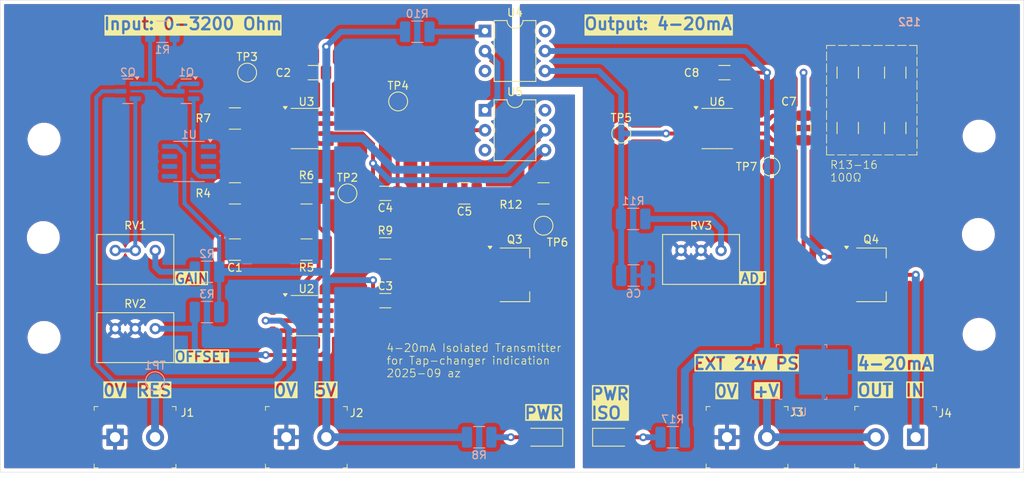
<source format=kicad_pcb>
(kicad_pcb
	(version 20240108)
	(generator "pcbnew")
	(generator_version "8.0")
	(general
		(thickness 1.6)
		(legacy_teardrops no)
	)
	(paper "A4")
	(layers
		(0 "F.Cu" signal)
		(31 "B.Cu" signal)
		(32 "B.Adhes" user "B.Adhesive")
		(33 "F.Adhes" user "F.Adhesive")
		(34 "B.Paste" user)
		(35 "F.Paste" user)
		(36 "B.SilkS" user "B.Silkscreen")
		(37 "F.SilkS" user "F.Silkscreen")
		(38 "B.Mask" user)
		(39 "F.Mask" user)
		(40 "Dwgs.User" user "User.Drawings")
		(41 "Cmts.User" user "User.Comments")
		(42 "Eco1.User" user "User.Eco1")
		(43 "Eco2.User" user "User.Eco2")
		(44 "Edge.Cuts" user)
		(45 "Margin" user)
		(46 "B.CrtYd" user "B.Courtyard")
		(47 "F.CrtYd" user "F.Courtyard")
		(48 "B.Fab" user)
		(49 "F.Fab" user)
		(50 "User.1" user)
		(51 "User.2" user)
		(52 "User.3" user)
		(53 "User.4" user)
		(54 "User.5" user)
		(55 "User.6" user)
		(56 "User.7" user)
		(57 "User.8" user)
		(58 "User.9" user)
	)
	(setup
		(pad_to_mask_clearance 0)
		(allow_soldermask_bridges_in_footprints no)
		(pcbplotparams
			(layerselection 0x0001000_ffffffff)
			(plot_on_all_layers_selection 0x0000000_00000000)
			(disableapertmacros no)
			(usegerberextensions yes)
			(usegerberattributes yes)
			(usegerberadvancedattributes yes)
			(creategerberjobfile no)
			(dashed_line_dash_ratio 12.000000)
			(dashed_line_gap_ratio 3.000000)
			(svgprecision 4)
			(plotframeref no)
			(viasonmask no)
			(mode 1)
			(useauxorigin no)
			(hpglpennumber 1)
			(hpglpenspeed 20)
			(hpglpendiameter 15.000000)
			(pdf_front_fp_property_popups yes)
			(pdf_back_fp_property_popups yes)
			(dxfpolygonmode yes)
			(dxfimperialunits yes)
			(dxfusepcbnewfont yes)
			(psnegative no)
			(psa4output no)
			(plotreference yes)
			(plotvalue yes)
			(plotfptext yes)
			(plotinvisibletext no)
			(sketchpadsonfab no)
			(subtractmaskfromsilk no)
			(outputformat 1)
			(mirror no)
			(drillshape 0)
			(scaleselection 1)
			(outputdirectory "gerber/")
		)
	)
	(net 0 "")
	(net 1 "GND")
	(net 2 "GNDA")
	(net 3 "+5V")
	(net 4 "/V_IN")
	(net 5 "+5VA")
	(net 6 "Net-(Q1-E)")
	(net 7 "/EXT_24V")
	(net 8 "Net-(Q2-E)")
	(net 9 "Net-(R2-Pad2)")
	(net 10 "/V_OFFSET")
	(net 11 "Net-(R10-Pad1)")
	(net 12 "unconnected-(U5-NC-Pad3)")
	(net 13 "unconnected-(U5-Pad6)")
	(net 14 "Net-(U3B--)")
	(net 15 "Net-(U6A-+)")
	(net 16 "Net-(Q4-E)")
	(net 17 "Net-(D1-A)")
	(net 18 "Net-(U2B-+)")
	(net 19 "Net-(U2A--)")
	(net 20 "Net-(J4-Pad1)")
	(net 21 "Net-(Q4-B)")
	(net 22 "Net-(Q3-C-Pad2)")
	(net 23 "Net-(Q1-B)")
	(net 24 "Net-(Q3-B)")
	(net 25 "Net-(U3A--)")
	(net 26 "Net-(U3A-+)")
	(net 27 "Net-(U3B-+)")
	(net 28 "Net-(R11-Pad1)")
	(net 29 "Net-(R13-Pad1)")
	(net 30 "Net-(R15-Pad1)")
	(net 31 "unconnected-(U1-Pad5)")
	(net 32 "Net-(U4-Pad2)")
	(net 33 "unconnected-(U4-NC-Pad3)")
	(net 34 "unconnected-(U4-Pad6)")
	(net 35 "Net-(U6A--)")
	(net 36 "Net-(D2-A)")
	(net 37 "Net-(C4-Pad1)")
	(footprint "Capacitor_SMD:C_1206_3216Metric_Pad1.33x1.80mm_HandSolder" (layer "F.Cu") (at 131.9825 74.21 180))
	(footprint "Package_DIP:DIP-6_W7.62mm" (layer "F.Cu") (at 101.57 68.92))
	(footprint "Capacitor_SMD:C_1206_3216Metric_Pad1.33x1.80mm_HandSolder" (layer "F.Cu") (at 142.03 81.25 -90))
	(footprint "Capacitor_SMD:C_1206_3216Metric_Pad1.33x1.80mm_HandSolder" (layer "F.Cu") (at 79.8125 74.21 180))
	(footprint "Package_TO_SOT_SMD:SOT-223-3_TabPin2" (layer "F.Cu") (at 150.615 99.91625))
	(footprint "Package_TO_SOT_SMD:SOT-223-3_TabPin2" (layer "F.Cu") (at 105.34 99.91625))
	(footprint "Capacitor_SMD:C_1206_3216Metric_Pad1.33x1.80mm_HandSolder" (layer "F.Cu") (at 88.913333 103.1975))
	(footprint "Package_SO:SOIC-8_3.9x4.9mm_P1.27mm" (layer "F.Cu") (at 78.9 81.315))
	(footprint "Potentiometer_THT:Potentiometer_Bourns_3299W_Vertical" (layer "F.Cu") (at 59.7 106.76))
	(footprint "digikey-footprints:Term_Block_1x2_P5.08MM" (layer "F.Cu") (at 76.338 120.56))
	(footprint "TestPoint:TestPoint_Pad_D2.0mm" (layer "F.Cu") (at 90.539791 77.87))
	(footprint "Package_SO:SOIC-8_3.9x4.9mm_P1.27mm" (layer "F.Cu") (at 131.07 81.315))
	(footprint "Resistor_SMD:R_1210_3225Metric_Pad1.30x2.65mm_HandSolder" (layer "F.Cu") (at 69.81 89.557622))
	(footprint "Resistor_SMD:R_1210_3225Metric_Pad1.30x2.65mm_HandSolder" (layer "F.Cu") (at 147.635 81.25 -90))
	(footprint "Resistor_SMD:R_1210_3225Metric_Pad1.30x2.65mm_HandSolder" (layer "F.Cu") (at 153.67 74.21 -90))
	(footprint "Potentiometer_THT:Potentiometer_Bourns_3299W_Vertical" (layer "F.Cu") (at 59.7 96.8175))
	(footprint "TestPoint:TestPoint_Pad_D2.0mm" (layer "F.Cu") (at 137.825 86.14))
	(footprint "digikey-footprints:Term_Block_1x2_P5.08MM" (layer "F.Cu") (at 156.262 120.56 180))
	(footprint "my_footprints:DIN_Rail_adapter" (layer "F.Cu") (at 45.48 76.32))
	(footprint "Resistor_SMD:R_1210_3225Metric_Pad1.30x2.65mm_HandSolder" (layer "F.Cu") (at 153.67 81.25 -90))
	(footprint "my_footprints:DIN_Rail_adapter" (layer "F.Cu") (at 164.23 75.93))
	(footprint "LED_SMD:LED_1206_3216Metric_Pad1.42x1.75mm_HandSolder" (layer "F.Cu") (at 117.7 120.56))
	(footprint "Resistor_SMD:R_1210_3225Metric_Pad1.30x2.65mm_HandSolder" (layer "F.Cu") (at 69.81 80.040184))
	(footprint "Capacitor_SMD:C_1210_3225Metric_Pad1.33x2.70mm_HandSolder" (layer "F.Cu") (at 69.81 96.70506 180))
	(footprint "TestPoint:TestPoint_Pad_D2.0mm" (layer "F.Cu") (at 118.875 81.95))
	(footprint "Resistor_SMD:R_1210_3225Metric_Pad1.30x2.65mm_HandSolder" (layer "F.Cu") (at 147.635 74.21 -90))
	(footprint "Resistor_SMD:R_1210_3225Metric_Pad1.30x2.65mm_HandSolder" (layer "F.Cu") (at 78.9 89.557622))
	(footprint "Capacitor_SMD:C_1210_3225Metric_Pad1.33x2.70mm_HandSolder" (layer "F.Cu") (at 98.956666 89.557622 180))
	(footprint "digikey-footprints:Term_Block_1x2_P5.08MM" (layer "F.Cu") (at 54.588 120.56))
	(footprint "Package_DIP:DIP-6_W7.62mm" (layer "F.Cu") (at 101.57 78.99))
	(footprint "Resistor_SMD:R_1210_3225Metric_Pad1.30x2.65mm_HandSolder" (layer "F.Cu") (at 109 89.557622 180))
	(footprint "Capacitor_SMD:C_1206_3216Metric_Pad1.33x1.80mm_HandSolder" (layer "F.Cu") (at 88.913333 89.557622 180))
	(footprint "Package_SO:SOIC-8_3.9x4.9mm_P1.27mm" (layer "F.Cu") (at 78.9 105.1025))
	(footprint "TestPoint:TestPoint_Pad_D2.0mm" (layer "F.Cu") (at 109 93.67))
	(footprint "Resistor_SMD:R_1210_3225Metric_Pad1.30x2.65mm_HandSolder" (layer "F.Cu") (at 88.913333 96.56))
	(footprint "Resistor_SMD:R_1210_3225Metric_Pad1.30x2.65mm_HandSolder" (layer "F.Cu") (at 78.9 96.70506 180))
	(footprint "Potentiometer_THT:Potentiometer_Bourns_3299W_Vertical" (layer "F.Cu") (at 131.55 96.8175))
	(footprint "digikey-footprints:Term_Block_1x2_P5.08MM"
		(layer "F.Cu")
		(uuid "ee028f94-35b1-470a-8980-97c0089a00de")
		(at 132.308 120.56)
		(descr "http://www.on-shore.com/wp-content/uploads/2015/09/osttcxx2162.pdf")
		(property "Reference" "J3"
			(at 8.862 -3.17 0)
			(layer "F.SilkS")
			(uuid "62a094d2-2277-4f69-8105-eb59aa9991aa")
			(effects
				(font
					(size 1 1)
					(thickness 0.15)
				)
			)
		)
		(property "Value" "OSTTC022162"
			(at 2.032 5.09 0)
			(layer "F.Fab")
			(uuid "dc69b990-a49f-4323-9e72-725af8062b87")
			(effects
				(font
					(size 1 1)
					(thickness 0.15)
				)
			)
		)
		(property "Footprint" "digikey-footprints:Term_Block_1x2_P5.08MM"
			(at 0 0 0)
			(layer "F.Fab")
			(hide yes)
			(uuid "e3215211-d95a-4d97-ad76-7bb834191a3b")
			(effects
				(font
					(size 1.27 1.27)
					(thickness 0.15)
				)
			)
		)
		(property "Datasheet" "http://www.on-shore.com/wp-content/uploads/OSTTCXX2162.pdf"
			(at 0 0 0)
			(layer "F.Fab")
			(hide yes)
			(uuid "7f4f5e05-c46b-4a75-baa1-d9b67c73520c")
			(effects
				(font
					(size 1.27 1.27)
					(thickness 0.15)
				)
			)
		)
		(property "Description" "TERM BLK 2P SIDE ENT 5.08MM PCB"
			(at 0 0 0)
			(layer "F.Fab")
			(hide yes)
			(uuid "e6d0dfe3-86a7-4c7e-b975-7dd02643e1a4")
			(effects
				(font
					(size 1.27 1.27)
					(thickness 0.15)
				)
			)
		)
		(property "Digi-Key_PN" "ED2609-ND"
			(at 0 0 0)
			(unlocked yes)
			(layer "F.Fab")
			(hide yes)
			(uuid "70a6f649-a92f-4c5d-b2ba-dd7353892811")
			(effects
				(font
					(size 1 1)
					(thickness 0.15)
				)
			)
		)
		(property "MPN" "OSTTC022162"
			(at 0 0 0)
			(unlocked yes)
			(layer "F.Fab")
			(hide yes)
			(uuid "a851bde4-6609-4d5b-9801-15d0e219d1f2")
			(effects
				(font
					(size 1 1)
					(thickness 0.15)
				)
			)
		)
		(property "Category" "Connectors, Interconnects"
			(at 0 0 0)
			(unlocked yes)
			(layer "F.Fab")
			(hide yes)
			(uuid "c35307e7-fc87-417f-a5c7-f44f457494da")
			(effects
				(font
					(size 1 1)
					(thickness 0.15)
				)
			)
		)
		(property "Family" "Terminal Blocks - Wire to Board"
			(at 0 0 0)
			(unlocked yes)
			(layer "F.Fab")
			(hide yes)
			(uuid "9d66b9b7-1417-4fe7-a008-7ee7f20a168b")
			(effects
				(font
					(size 1 1)
					(thickness 0.15)
				)
			)
		)
		(property "DK_Datasheet_L
... [429583 chars truncated]
</source>
